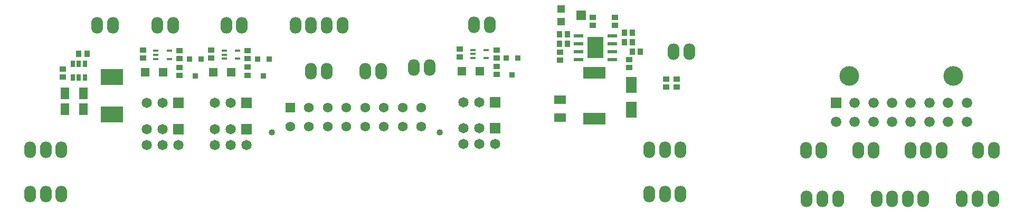
<source format=gbr>
%FSTAX26Y26*%
%MOMM*%
%SFA1B1*%

%IPPOS*%
%ADD16C,1.019998*%
%ADD17C,1.569997*%
%ADD18R,1.569997X1.569997*%
%ADD29R,1.699997X2.499995*%
%ADD31R,1.199998X1.199998*%
%ADD34R,1.499997X1.599997*%
%ADD35R,1.599997X0.609999*%
%ADD36R,2.619995X3.509993*%
%ADD37R,0.899998X0.399999*%
%ADD41R,0.699999X0.999998*%
%ADD50R,1.952396X1.452397*%
%ADD51R,1.352397X1.352397*%
%ADD52R,1.352397X1.352397*%
%ADD53R,3.652393X1.952396*%
%ADD54R,0.922398X0.952398*%
%ADD55R,1.452397X1.952396*%
%ADD56R,0.849998X0.999998*%
%ADD57R,3.652393X2.502395*%
%ADD58R,0.999998X0.849998*%
%ADD59O,1.902396X2.652395*%
%ADD60C,1.652397*%
%ADD61R,1.652397X1.652397*%
%ADD62C,3.152394*%
%ADD63C,1.672397*%
%ADD64R,1.672397X1.672397*%
%LNpcb1_soldermask_bot-1*%
%LPD*%
G54D16*
X-38048996Y00254D03*
X-11049D03*
G54D17*
X-35048977Y01193977D03*
X-32048983D03*
X-29048989D03*
X-26048995D03*
X-23048976D03*
X-20048982D03*
X-17048988D03*
X-14048994D03*
Y04193997D03*
X-17048988D03*
X-20048982D03*
X-23048976D03*
X-26048995D03*
X-29048989D03*
X-32048983D03*
G54D18*
X-35048977Y04193997D03*
G54D29*
X19685Y03841978D03*
Y07841996D03*
G54D31*
X08357996Y18049976D03*
Y20049998D03*
G54D34*
X11607977Y1905D03*
G54D35*
X11176Y11938D03*
X16575989D03*
Y13208D03*
Y14478D03*
Y15748D03*
X11176D03*
Y14478D03*
Y13208D03*
G54D36*
X13875994Y13843D03*
G54D37*
X-54441979Y12034977D03*
Y13335D03*
X-56642D03*
Y12684988D03*
Y12034977D03*
X-45676997Y12049988D03*
X-43476976D03*
Y13349986D03*
X-45676997D03*
Y127D03*
X-05798997Y12176988D03*
X-03598976D03*
Y13476986D03*
X-05798997D03*
Y12827D03*
G54D41*
X-69910985Y09075978D03*
X-68961D03*
X-68010989D03*
Y11274983D03*
X-68961Y11275009D03*
X-69910985D03*
G54D50*
X08255Y0261399D03*
Y05513984D03*
G54D51*
X-47403994Y09906D03*
X-58325994D03*
X-07525994Y10033D03*
G54D52*
X-5546598Y09906D03*
X-4454398D03*
X-0466598Y10033D03*
G54D53*
X13716076Y02395982D03*
Y09795992D03*
G54D54*
X-50292Y09297974D03*
X-49331981Y12037999D03*
X-51251993D03*
X-40329993D03*
X-3937Y09297974D03*
X-38409981Y12037999D03*
X-00451993Y12164999D03*
X01467993D03*
X00508Y09424974D03*
G54D55*
X-71172984Y03937D03*
X-6827299D03*
Y06477D03*
X-71172984D03*
G54D56*
X-68975986Y12827D03*
X-67675988D03*
X08112988Y14478D03*
X09412986D03*
Y16002D03*
X08112988D03*
X18526988Y16256D03*
Y14732D03*
X19826986D03*
Y16256D03*
X19796988Y13208D03*
X21096986D03*
G54D57*
X-63627Y03070987D03*
Y09120987D03*
G54D58*
X-47752Y12176988D03*
Y13476986D03*
X-52832Y13349986D03*
Y12049988D03*
Y10682986D03*
Y09382988D03*
X-58674Y13476986D03*
Y12176988D03*
X-71501Y10428986D03*
Y09128988D03*
X-4191Y09398D03*
Y10697997D03*
Y12049988D03*
Y13349986D03*
X-07874Y13603986D03*
Y12303988D03*
X-01905Y12176988D03*
Y10809986D03*
Y09509988D03*
Y13476986D03*
X08255Y11795988D03*
Y13095986D03*
X13462Y17383988D03*
Y18683986D03*
X17018D03*
Y17383988D03*
X19304Y11952986D03*
Y10652988D03*
X25273Y07477988D03*
X26924D03*
Y08777986D03*
X25273D03*
G54D59*
X-74254995Y-09652D03*
X-71755D03*
X-7675499D03*
X-74254995Y-0254D03*
X-71755D03*
X-7675499D03*
X-56347995Y17399D03*
X-53848D03*
X-45318984D03*
X-42818989D03*
X-31709995Y10033D03*
X-2921D03*
X-22987D03*
X-20486979D03*
X-1524Y10668D03*
X-127D03*
X-05547995Y17526D03*
X-03048D03*
X22558984Y-0254D03*
X25058979D03*
X27559D03*
X25058979Y-09652D03*
X27559D03*
X22558984D03*
X28956Y13208D03*
X26416D03*
X47791979Y-10414D03*
X50292D03*
X52791995D03*
X58987969D03*
X61487989D03*
X63987984D03*
X66487979D03*
X72683979D03*
X75184D03*
X77683995D03*
X77810995Y-02667D03*
X75311D03*
X69428995D03*
X66928999D03*
X64428979D03*
X58547D03*
X56046979D03*
X50165D03*
X47664979D03*
X-26709979Y17399D03*
X-2921D03*
X-31709995D03*
X-3420999D03*
X-63519989D03*
X-66019984D03*
G54D60*
X-58039Y-01778D03*
X-55499D03*
X-52959D03*
X-47117D03*
X-44577D03*
X-42037D03*
X-44577Y00762D03*
Y04953D03*
X-47117D03*
Y00762D03*
X-55499Y04953D03*
X-58039D03*
Y00762D03*
X-55499D03*
X-07239Y-01651D03*
X-04699D03*
X-02159D03*
X-04699Y00889D03*
Y0508D03*
X-07239D03*
Y00889D03*
G54D61*
X-52959Y00762D03*
Y04953D03*
X-42037Y00762D03*
Y04953D03*
X-02159Y00889D03*
Y0508D03*
G54D62*
X54627983Y09272981D03*
X71307985D03*
G54D63*
X52467992Y0195298D03*
X55467986D03*
X5846798D03*
X61468D03*
X64467994D03*
X67467988D03*
X70467982D03*
X73467976D03*
Y04953D03*
X70467982D03*
X67467988D03*
X64467994D03*
X61468D03*
X5846798D03*
X55467986D03*
G54D64*
X52467992Y04953D03*
M02*
</source>
